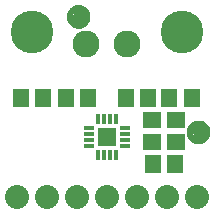
<source format=gbr>
G04 EAGLE Gerber RS-274X export*
G75*
%MOMM*%
%FSLAX34Y34*%
%LPD*%
%INSoldermask Top*%
%IPPOS*%
%AMOC8*
5,1,8,0,0,1.08239X$1,22.5*%
G01*
%ADD10R,1.601600X1.601600*%
%ADD11R,0.350000X0.880000*%
%ADD12R,0.880000X0.350000*%
%ADD13R,1.341600X1.601600*%
%ADD14R,1.601600X1.341600*%
%ADD15C,2.286000*%
%ADD16C,1.101600*%
%ADD17C,0.500000*%
%ADD18C,3.617600*%
%ADD19C,2.032000*%


D10*
X88900Y76200D03*
D11*
X81400Y61200D03*
X86400Y61200D03*
X91400Y61200D03*
X96400Y61200D03*
D12*
X103900Y68700D03*
X103900Y73700D03*
X103900Y78700D03*
X103900Y83700D03*
D11*
X96400Y91200D03*
X91400Y91200D03*
X86400Y91200D03*
X81400Y91200D03*
D12*
X73900Y83700D03*
X73900Y78700D03*
X73900Y73700D03*
X73900Y68700D03*
D13*
X127660Y53340D03*
X146660Y53340D03*
D14*
X127000Y71780D03*
X127000Y90780D03*
X147320Y71780D03*
X147320Y90780D03*
D13*
X104800Y109220D03*
X123800Y109220D03*
X73000Y109220D03*
X54000Y109220D03*
X34900Y109220D03*
X15900Y109220D03*
X141630Y109220D03*
X160630Y109220D03*
D15*
X70900Y154940D03*
X105900Y154940D03*
D16*
X166370Y80010D03*
D17*
X166370Y87510D02*
X166189Y87508D01*
X166008Y87501D01*
X165827Y87490D01*
X165646Y87475D01*
X165466Y87455D01*
X165286Y87431D01*
X165107Y87403D01*
X164929Y87370D01*
X164752Y87333D01*
X164575Y87292D01*
X164400Y87247D01*
X164225Y87197D01*
X164052Y87143D01*
X163881Y87085D01*
X163710Y87023D01*
X163542Y86956D01*
X163375Y86886D01*
X163209Y86812D01*
X163046Y86733D01*
X162885Y86651D01*
X162725Y86565D01*
X162568Y86475D01*
X162413Y86381D01*
X162260Y86284D01*
X162110Y86182D01*
X161962Y86078D01*
X161816Y85969D01*
X161674Y85858D01*
X161534Y85742D01*
X161397Y85624D01*
X161262Y85502D01*
X161131Y85377D01*
X161003Y85249D01*
X160878Y85118D01*
X160756Y84983D01*
X160638Y84846D01*
X160522Y84706D01*
X160411Y84564D01*
X160302Y84418D01*
X160198Y84270D01*
X160096Y84120D01*
X159999Y83967D01*
X159905Y83812D01*
X159815Y83655D01*
X159729Y83495D01*
X159647Y83334D01*
X159568Y83171D01*
X159494Y83005D01*
X159424Y82838D01*
X159357Y82670D01*
X159295Y82499D01*
X159237Y82328D01*
X159183Y82155D01*
X159133Y81980D01*
X159088Y81805D01*
X159047Y81628D01*
X159010Y81451D01*
X158977Y81273D01*
X158949Y81094D01*
X158925Y80914D01*
X158905Y80734D01*
X158890Y80553D01*
X158879Y80372D01*
X158872Y80191D01*
X158870Y80010D01*
X166370Y87510D02*
X166551Y87508D01*
X166732Y87501D01*
X166913Y87490D01*
X167094Y87475D01*
X167274Y87455D01*
X167454Y87431D01*
X167633Y87403D01*
X167811Y87370D01*
X167988Y87333D01*
X168165Y87292D01*
X168340Y87247D01*
X168515Y87197D01*
X168688Y87143D01*
X168859Y87085D01*
X169030Y87023D01*
X169198Y86956D01*
X169365Y86886D01*
X169531Y86812D01*
X169694Y86733D01*
X169855Y86651D01*
X170015Y86565D01*
X170172Y86475D01*
X170327Y86381D01*
X170480Y86284D01*
X170630Y86182D01*
X170778Y86078D01*
X170924Y85969D01*
X171066Y85858D01*
X171206Y85742D01*
X171343Y85624D01*
X171478Y85502D01*
X171609Y85377D01*
X171737Y85249D01*
X171862Y85118D01*
X171984Y84983D01*
X172102Y84846D01*
X172218Y84706D01*
X172329Y84564D01*
X172438Y84418D01*
X172542Y84270D01*
X172644Y84120D01*
X172741Y83967D01*
X172835Y83812D01*
X172925Y83655D01*
X173011Y83495D01*
X173093Y83334D01*
X173172Y83171D01*
X173246Y83005D01*
X173316Y82838D01*
X173383Y82670D01*
X173445Y82499D01*
X173503Y82328D01*
X173557Y82155D01*
X173607Y81980D01*
X173652Y81805D01*
X173693Y81628D01*
X173730Y81451D01*
X173763Y81273D01*
X173791Y81094D01*
X173815Y80914D01*
X173835Y80734D01*
X173850Y80553D01*
X173861Y80372D01*
X173868Y80191D01*
X173870Y80010D01*
X173868Y79829D01*
X173861Y79648D01*
X173850Y79467D01*
X173835Y79286D01*
X173815Y79106D01*
X173791Y78926D01*
X173763Y78747D01*
X173730Y78569D01*
X173693Y78392D01*
X173652Y78215D01*
X173607Y78040D01*
X173557Y77865D01*
X173503Y77692D01*
X173445Y77521D01*
X173383Y77350D01*
X173316Y77182D01*
X173246Y77015D01*
X173172Y76849D01*
X173093Y76686D01*
X173011Y76525D01*
X172925Y76365D01*
X172835Y76208D01*
X172741Y76053D01*
X172644Y75900D01*
X172542Y75750D01*
X172438Y75602D01*
X172329Y75456D01*
X172218Y75314D01*
X172102Y75174D01*
X171984Y75037D01*
X171862Y74902D01*
X171737Y74771D01*
X171609Y74643D01*
X171478Y74518D01*
X171343Y74396D01*
X171206Y74278D01*
X171066Y74162D01*
X170924Y74051D01*
X170778Y73942D01*
X170630Y73838D01*
X170480Y73736D01*
X170327Y73639D01*
X170172Y73545D01*
X170015Y73455D01*
X169855Y73369D01*
X169694Y73287D01*
X169531Y73208D01*
X169365Y73134D01*
X169198Y73064D01*
X169030Y72997D01*
X168859Y72935D01*
X168688Y72877D01*
X168515Y72823D01*
X168340Y72773D01*
X168165Y72728D01*
X167988Y72687D01*
X167811Y72650D01*
X167633Y72617D01*
X167454Y72589D01*
X167274Y72565D01*
X167094Y72545D01*
X166913Y72530D01*
X166732Y72519D01*
X166551Y72512D01*
X166370Y72510D01*
X166189Y72512D01*
X166008Y72519D01*
X165827Y72530D01*
X165646Y72545D01*
X165466Y72565D01*
X165286Y72589D01*
X165107Y72617D01*
X164929Y72650D01*
X164752Y72687D01*
X164575Y72728D01*
X164400Y72773D01*
X164225Y72823D01*
X164052Y72877D01*
X163881Y72935D01*
X163710Y72997D01*
X163542Y73064D01*
X163375Y73134D01*
X163209Y73208D01*
X163046Y73287D01*
X162885Y73369D01*
X162725Y73455D01*
X162568Y73545D01*
X162413Y73639D01*
X162260Y73736D01*
X162110Y73838D01*
X161962Y73942D01*
X161816Y74051D01*
X161674Y74162D01*
X161534Y74278D01*
X161397Y74396D01*
X161262Y74518D01*
X161131Y74643D01*
X161003Y74771D01*
X160878Y74902D01*
X160756Y75037D01*
X160638Y75174D01*
X160522Y75314D01*
X160411Y75456D01*
X160302Y75602D01*
X160198Y75750D01*
X160096Y75900D01*
X159999Y76053D01*
X159905Y76208D01*
X159815Y76365D01*
X159729Y76525D01*
X159647Y76686D01*
X159568Y76849D01*
X159494Y77015D01*
X159424Y77182D01*
X159357Y77350D01*
X159295Y77521D01*
X159237Y77692D01*
X159183Y77865D01*
X159133Y78040D01*
X159088Y78215D01*
X159047Y78392D01*
X159010Y78569D01*
X158977Y78747D01*
X158949Y78926D01*
X158925Y79106D01*
X158905Y79286D01*
X158890Y79467D01*
X158879Y79648D01*
X158872Y79829D01*
X158870Y80010D01*
D16*
X64770Y177800D03*
D17*
X64770Y185300D02*
X64589Y185298D01*
X64408Y185291D01*
X64227Y185280D01*
X64046Y185265D01*
X63866Y185245D01*
X63686Y185221D01*
X63507Y185193D01*
X63329Y185160D01*
X63152Y185123D01*
X62975Y185082D01*
X62800Y185037D01*
X62625Y184987D01*
X62452Y184933D01*
X62281Y184875D01*
X62110Y184813D01*
X61942Y184746D01*
X61775Y184676D01*
X61609Y184602D01*
X61446Y184523D01*
X61285Y184441D01*
X61125Y184355D01*
X60968Y184265D01*
X60813Y184171D01*
X60660Y184074D01*
X60510Y183972D01*
X60362Y183868D01*
X60216Y183759D01*
X60074Y183648D01*
X59934Y183532D01*
X59797Y183414D01*
X59662Y183292D01*
X59531Y183167D01*
X59403Y183039D01*
X59278Y182908D01*
X59156Y182773D01*
X59038Y182636D01*
X58922Y182496D01*
X58811Y182354D01*
X58702Y182208D01*
X58598Y182060D01*
X58496Y181910D01*
X58399Y181757D01*
X58305Y181602D01*
X58215Y181445D01*
X58129Y181285D01*
X58047Y181124D01*
X57968Y180961D01*
X57894Y180795D01*
X57824Y180628D01*
X57757Y180460D01*
X57695Y180289D01*
X57637Y180118D01*
X57583Y179945D01*
X57533Y179770D01*
X57488Y179595D01*
X57447Y179418D01*
X57410Y179241D01*
X57377Y179063D01*
X57349Y178884D01*
X57325Y178704D01*
X57305Y178524D01*
X57290Y178343D01*
X57279Y178162D01*
X57272Y177981D01*
X57270Y177800D01*
X64770Y185300D02*
X64951Y185298D01*
X65132Y185291D01*
X65313Y185280D01*
X65494Y185265D01*
X65674Y185245D01*
X65854Y185221D01*
X66033Y185193D01*
X66211Y185160D01*
X66388Y185123D01*
X66565Y185082D01*
X66740Y185037D01*
X66915Y184987D01*
X67088Y184933D01*
X67259Y184875D01*
X67430Y184813D01*
X67598Y184746D01*
X67765Y184676D01*
X67931Y184602D01*
X68094Y184523D01*
X68255Y184441D01*
X68415Y184355D01*
X68572Y184265D01*
X68727Y184171D01*
X68880Y184074D01*
X69030Y183972D01*
X69178Y183868D01*
X69324Y183759D01*
X69466Y183648D01*
X69606Y183532D01*
X69743Y183414D01*
X69878Y183292D01*
X70009Y183167D01*
X70137Y183039D01*
X70262Y182908D01*
X70384Y182773D01*
X70502Y182636D01*
X70618Y182496D01*
X70729Y182354D01*
X70838Y182208D01*
X70942Y182060D01*
X71044Y181910D01*
X71141Y181757D01*
X71235Y181602D01*
X71325Y181445D01*
X71411Y181285D01*
X71493Y181124D01*
X71572Y180961D01*
X71646Y180795D01*
X71716Y180628D01*
X71783Y180460D01*
X71845Y180289D01*
X71903Y180118D01*
X71957Y179945D01*
X72007Y179770D01*
X72052Y179595D01*
X72093Y179418D01*
X72130Y179241D01*
X72163Y179063D01*
X72191Y178884D01*
X72215Y178704D01*
X72235Y178524D01*
X72250Y178343D01*
X72261Y178162D01*
X72268Y177981D01*
X72270Y177800D01*
X72268Y177619D01*
X72261Y177438D01*
X72250Y177257D01*
X72235Y177076D01*
X72215Y176896D01*
X72191Y176716D01*
X72163Y176537D01*
X72130Y176359D01*
X72093Y176182D01*
X72052Y176005D01*
X72007Y175830D01*
X71957Y175655D01*
X71903Y175482D01*
X71845Y175311D01*
X71783Y175140D01*
X71716Y174972D01*
X71646Y174805D01*
X71572Y174639D01*
X71493Y174476D01*
X71411Y174315D01*
X71325Y174155D01*
X71235Y173998D01*
X71141Y173843D01*
X71044Y173690D01*
X70942Y173540D01*
X70838Y173392D01*
X70729Y173246D01*
X70618Y173104D01*
X70502Y172964D01*
X70384Y172827D01*
X70262Y172692D01*
X70137Y172561D01*
X70009Y172433D01*
X69878Y172308D01*
X69743Y172186D01*
X69606Y172068D01*
X69466Y171952D01*
X69324Y171841D01*
X69178Y171732D01*
X69030Y171628D01*
X68880Y171526D01*
X68727Y171429D01*
X68572Y171335D01*
X68415Y171245D01*
X68255Y171159D01*
X68094Y171077D01*
X67931Y170998D01*
X67765Y170924D01*
X67598Y170854D01*
X67430Y170787D01*
X67259Y170725D01*
X67088Y170667D01*
X66915Y170613D01*
X66740Y170563D01*
X66565Y170518D01*
X66388Y170477D01*
X66211Y170440D01*
X66033Y170407D01*
X65854Y170379D01*
X65674Y170355D01*
X65494Y170335D01*
X65313Y170320D01*
X65132Y170309D01*
X64951Y170302D01*
X64770Y170300D01*
X64589Y170302D01*
X64408Y170309D01*
X64227Y170320D01*
X64046Y170335D01*
X63866Y170355D01*
X63686Y170379D01*
X63507Y170407D01*
X63329Y170440D01*
X63152Y170477D01*
X62975Y170518D01*
X62800Y170563D01*
X62625Y170613D01*
X62452Y170667D01*
X62281Y170725D01*
X62110Y170787D01*
X61942Y170854D01*
X61775Y170924D01*
X61609Y170998D01*
X61446Y171077D01*
X61285Y171159D01*
X61125Y171245D01*
X60968Y171335D01*
X60813Y171429D01*
X60660Y171526D01*
X60510Y171628D01*
X60362Y171732D01*
X60216Y171841D01*
X60074Y171952D01*
X59934Y172068D01*
X59797Y172186D01*
X59662Y172308D01*
X59531Y172433D01*
X59403Y172561D01*
X59278Y172692D01*
X59156Y172827D01*
X59038Y172964D01*
X58922Y173104D01*
X58811Y173246D01*
X58702Y173392D01*
X58598Y173540D01*
X58496Y173690D01*
X58399Y173843D01*
X58305Y173998D01*
X58215Y174155D01*
X58129Y174315D01*
X58047Y174476D01*
X57968Y174639D01*
X57894Y174805D01*
X57824Y174972D01*
X57757Y175140D01*
X57695Y175311D01*
X57637Y175482D01*
X57583Y175655D01*
X57533Y175830D01*
X57488Y176005D01*
X57447Y176182D01*
X57410Y176359D01*
X57377Y176537D01*
X57349Y176716D01*
X57325Y176896D01*
X57305Y177076D01*
X57290Y177257D01*
X57279Y177438D01*
X57272Y177619D01*
X57270Y177800D01*
D18*
X152400Y165100D03*
X25400Y165100D03*
D19*
X165100Y25400D03*
X139700Y25400D03*
X114300Y25400D03*
X88900Y25400D03*
X63500Y25400D03*
X38100Y25400D03*
X12700Y25400D03*
M02*

</source>
